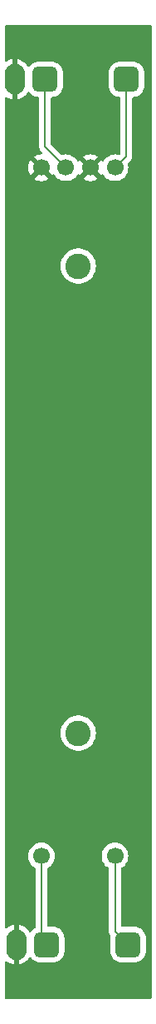
<source format=gbr>
%TF.GenerationSoftware,KiCad,Pcbnew,8.0.0*%
%TF.CreationDate,2024-03-24T11:12:39+01:00*%
%TF.ProjectId,Vader_Fader,56616465-725f-4466-9164-65722e6b6963,rev?*%
%TF.SameCoordinates,Original*%
%TF.FileFunction,Copper,L1,Top*%
%TF.FilePolarity,Positive*%
%FSLAX46Y46*%
G04 Gerber Fmt 4.6, Leading zero omitted, Abs format (unit mm)*
G04 Created by KiCad (PCBNEW 8.0.0) date 2024-03-24 11:12:39*
%MOMM*%
%LPD*%
G01*
G04 APERTURE LIST*
G04 Aperture macros list*
%AMRoundRect*
0 Rectangle with rounded corners*
0 $1 Rounding radius*
0 $2 $3 $4 $5 $6 $7 $8 $9 X,Y pos of 4 corners*
0 Add a 4 corners polygon primitive as box body*
4,1,4,$2,$3,$4,$5,$6,$7,$8,$9,$2,$3,0*
0 Add four circle primitives for the rounded corners*
1,1,$1+$1,$2,$3*
1,1,$1+$1,$4,$5*
1,1,$1+$1,$6,$7*
1,1,$1+$1,$8,$9*
0 Add four rect primitives between the rounded corners*
20,1,$1+$1,$2,$3,$4,$5,0*
20,1,$1+$1,$4,$5,$6,$7,0*
20,1,$1+$1,$6,$7,$8,$9,0*
20,1,$1+$1,$8,$9,$2,$3,0*%
G04 Aperture macros list end*
%TA.AperFunction,ComponentPad*%
%ADD10RoundRect,0.650000X-0.650000X0.650000X-0.650000X-0.650000X0.650000X-0.650000X0.650000X0.650000X0*%
%TD*%
%TA.AperFunction,ComponentPad*%
%ADD11O,2.100000X3.100000*%
%TD*%
%TA.AperFunction,ComponentPad*%
%ADD12C,2.600000*%
%TD*%
%TA.AperFunction,ComponentPad*%
%ADD13C,1.700000*%
%TD*%
%TA.AperFunction,Conductor*%
%ADD14C,0.200000*%
%TD*%
G04 APERTURE END LIST*
D10*
%TO.P,In1,R*%
%TO.N,Net-(In1-PadR)*%
X97785000Y-127000000D03*
D11*
%TO.P,In1,S*%
%TO.N,GND*%
X94685000Y-127000000D03*
D10*
%TO.P,In1,T*%
%TO.N,Net-(In1-PadT)*%
X106085000Y-127000000D03*
%TD*%
%TO.P,Out1,R*%
%TO.N,Net-(Out1-PadR)*%
X97620000Y-39000000D03*
D11*
%TO.P,Out1,S*%
%TO.N,GND*%
X94520000Y-39000000D03*
D10*
%TO.P,Out1,T*%
%TO.N,Net-(Out1-PadT)*%
X105920000Y-39000000D03*
%TD*%
D12*
%TO.P,RV1,0*%
%TO.N,N/C*%
X101000000Y-58000000D03*
X101000000Y-105500000D03*
D13*
%TO.P,RV1,1,1*%
%TO.N,GND*%
X97250000Y-48000000D03*
%TO.P,RV1,2,2*%
%TO.N,Net-(Out1-PadR)*%
X99750000Y-48000000D03*
%TO.P,RV1,3,3*%
%TO.N,Net-(In1-PadR)*%
X97250000Y-118000000D03*
%TO.P,RV1,4,4*%
%TO.N,GND*%
X102250000Y-48000000D03*
%TO.P,RV1,5,5*%
%TO.N,Net-(Out1-PadT)*%
X104750000Y-48000000D03*
%TO.P,RV1,6,6*%
%TO.N,Net-(In1-PadT)*%
X104750000Y-118000000D03*
%TD*%
D14*
%TO.N,Net-(In1-PadR)*%
X97250000Y-118000000D02*
X97250000Y-126465000D01*
X97250000Y-126465000D02*
X97785000Y-127000000D01*
%TO.N,Net-(In1-PadT)*%
X104750000Y-118000000D02*
X104750000Y-125665000D01*
X104750000Y-125665000D02*
X106085000Y-127000000D01*
%TO.N,Net-(Out1-PadT)*%
X105920000Y-46830000D02*
X104750000Y-48000000D01*
X105920000Y-39000000D02*
X105920000Y-46830000D01*
%TO.N,Net-(Out1-PadR)*%
X97620000Y-45870000D02*
X99750000Y-48000000D01*
X97620000Y-39000000D02*
X97620000Y-45870000D01*
%TD*%
%TA.AperFunction,Conductor*%
%TO.N,GND*%
G36*
X108442539Y-33520185D02*
G01*
X108488294Y-33572989D01*
X108499500Y-33624500D01*
X108499500Y-132375500D01*
X108479815Y-132442539D01*
X108427011Y-132488294D01*
X108375500Y-132499500D01*
X93624500Y-132499500D01*
X93557461Y-132479815D01*
X93511706Y-132427011D01*
X93500500Y-132375500D01*
X93500500Y-128798679D01*
X93520185Y-128731640D01*
X93572989Y-128685885D01*
X93642147Y-128675941D01*
X93697386Y-128698361D01*
X93872622Y-128825678D01*
X94090001Y-128936439D01*
X94322041Y-129011834D01*
X94434999Y-129029724D01*
X94435000Y-129029724D01*
X94435000Y-127666988D01*
X94444940Y-127684205D01*
X94500795Y-127740060D01*
X94569204Y-127779556D01*
X94645504Y-127800000D01*
X94724496Y-127800000D01*
X94800796Y-127779556D01*
X94869205Y-127740060D01*
X94925060Y-127684205D01*
X94935000Y-127666988D01*
X94935000Y-129029724D01*
X95047957Y-129011834D01*
X95047958Y-129011834D01*
X95279998Y-128936439D01*
X95497377Y-128825678D01*
X95694759Y-128682271D01*
X95867271Y-128509759D01*
X95867276Y-128509753D01*
X96001834Y-128324551D01*
X96057164Y-128281885D01*
X96126777Y-128275906D01*
X96188572Y-128308512D01*
X96204452Y-128327360D01*
X96246084Y-128388137D01*
X96246093Y-128388147D01*
X96396852Y-128538906D01*
X96396858Y-128538911D01*
X96572763Y-128659409D01*
X96767815Y-128745532D01*
X96767821Y-128745533D01*
X96767823Y-128745534D01*
X96975359Y-128794347D01*
X96975364Y-128794347D01*
X96975370Y-128794349D01*
X97024602Y-128797766D01*
X97063984Y-128800500D01*
X97063988Y-128800500D01*
X98506016Y-128800500D01*
X98541459Y-128798039D01*
X98594630Y-128794349D01*
X98594636Y-128794347D01*
X98594640Y-128794347D01*
X98802176Y-128745534D01*
X98802174Y-128745534D01*
X98802185Y-128745532D01*
X98997237Y-128659409D01*
X99173142Y-128538911D01*
X99323911Y-128388142D01*
X99444409Y-128212237D01*
X99530532Y-128017185D01*
X99579349Y-127809630D01*
X99585500Y-127721012D01*
X99585500Y-126278988D01*
X99579349Y-126190370D01*
X99579347Y-126190364D01*
X99579347Y-126190359D01*
X99530534Y-125982823D01*
X99530532Y-125982817D01*
X99530532Y-125982815D01*
X99444409Y-125787763D01*
X99323911Y-125611858D01*
X99323906Y-125611852D01*
X99173147Y-125461093D01*
X99173141Y-125461088D01*
X98997238Y-125340592D01*
X98997239Y-125340592D01*
X98997237Y-125340591D01*
X98802185Y-125254468D01*
X98802183Y-125254467D01*
X98802182Y-125254467D01*
X98802176Y-125254465D01*
X98594640Y-125205652D01*
X98594624Y-125205650D01*
X98506016Y-125199500D01*
X98506012Y-125199500D01*
X97974500Y-125199500D01*
X97907461Y-125179815D01*
X97861706Y-125127011D01*
X97850500Y-125075500D01*
X97850500Y-119289090D01*
X97870185Y-119222051D01*
X97922101Y-119176706D01*
X97927830Y-119174035D01*
X98121401Y-119038495D01*
X98288495Y-118871401D01*
X98424035Y-118677830D01*
X98523903Y-118463663D01*
X98585063Y-118235408D01*
X98605659Y-118000000D01*
X103394341Y-118000000D01*
X103414936Y-118235403D01*
X103414938Y-118235413D01*
X103476094Y-118463655D01*
X103476096Y-118463659D01*
X103476097Y-118463663D01*
X103575965Y-118677830D01*
X103575967Y-118677834D01*
X103684281Y-118832521D01*
X103711505Y-118871401D01*
X103878599Y-119038495D01*
X103975384Y-119106265D01*
X104072165Y-119174032D01*
X104072167Y-119174033D01*
X104072170Y-119174035D01*
X104077898Y-119176706D01*
X104130339Y-119222872D01*
X104149500Y-119289090D01*
X104149500Y-125578330D01*
X104149499Y-125578348D01*
X104149499Y-125744054D01*
X104149498Y-125744054D01*
X104190423Y-125896785D01*
X104219358Y-125946900D01*
X104219359Y-125946904D01*
X104219360Y-125946904D01*
X104269480Y-126033716D01*
X104269482Y-126033718D01*
X104274426Y-126040161D01*
X104272821Y-126041391D01*
X104301094Y-126093168D01*
X104300635Y-126147912D01*
X104290652Y-126190359D01*
X104290650Y-126190376D01*
X104284500Y-126278984D01*
X104284500Y-127721015D01*
X104290650Y-127809624D01*
X104290652Y-127809640D01*
X104339465Y-128017176D01*
X104339467Y-128017182D01*
X104339468Y-128017185D01*
X104425591Y-128212237D01*
X104425592Y-128212238D01*
X104546088Y-128388141D01*
X104546093Y-128388147D01*
X104696852Y-128538906D01*
X104696858Y-128538911D01*
X104872763Y-128659409D01*
X105067815Y-128745532D01*
X105067821Y-128745533D01*
X105067823Y-128745534D01*
X105275359Y-128794347D01*
X105275364Y-128794347D01*
X105275370Y-128794349D01*
X105324602Y-128797766D01*
X105363984Y-128800500D01*
X105363988Y-128800500D01*
X106806016Y-128800500D01*
X106841459Y-128798039D01*
X106894630Y-128794349D01*
X106894636Y-128794347D01*
X106894640Y-128794347D01*
X107102176Y-128745534D01*
X107102174Y-128745534D01*
X107102185Y-128745532D01*
X107297237Y-128659409D01*
X107473142Y-128538911D01*
X107623911Y-128388142D01*
X107744409Y-128212237D01*
X107830532Y-128017185D01*
X107879349Y-127809630D01*
X107885500Y-127721012D01*
X107885500Y-126278988D01*
X107879349Y-126190370D01*
X107879347Y-126190364D01*
X107879347Y-126190359D01*
X107830534Y-125982823D01*
X107830532Y-125982817D01*
X107830532Y-125982815D01*
X107744409Y-125787763D01*
X107623911Y-125611858D01*
X107623906Y-125611852D01*
X107473147Y-125461093D01*
X107473141Y-125461088D01*
X107297238Y-125340592D01*
X107297239Y-125340592D01*
X107297237Y-125340591D01*
X107102185Y-125254468D01*
X107102183Y-125254467D01*
X107102182Y-125254467D01*
X107102176Y-125254465D01*
X106894640Y-125205652D01*
X106894624Y-125205650D01*
X106806016Y-125199500D01*
X106806012Y-125199500D01*
X105474500Y-125199500D01*
X105407461Y-125179815D01*
X105361706Y-125127011D01*
X105350500Y-125075500D01*
X105350500Y-119289090D01*
X105370185Y-119222051D01*
X105422101Y-119176706D01*
X105427830Y-119174035D01*
X105621401Y-119038495D01*
X105788495Y-118871401D01*
X105924035Y-118677830D01*
X106023903Y-118463663D01*
X106085063Y-118235408D01*
X106105659Y-118000000D01*
X106085063Y-117764592D01*
X106023903Y-117536337D01*
X105924035Y-117322171D01*
X105788495Y-117128599D01*
X105788494Y-117128597D01*
X105621402Y-116961506D01*
X105621395Y-116961501D01*
X105427834Y-116825967D01*
X105427830Y-116825965D01*
X105427828Y-116825964D01*
X105213663Y-116726097D01*
X105213659Y-116726096D01*
X105213655Y-116726094D01*
X104985413Y-116664938D01*
X104985403Y-116664936D01*
X104750001Y-116644341D01*
X104749999Y-116644341D01*
X104514596Y-116664936D01*
X104514586Y-116664938D01*
X104286344Y-116726094D01*
X104286335Y-116726098D01*
X104072171Y-116825964D01*
X104072169Y-116825965D01*
X103878597Y-116961505D01*
X103711505Y-117128597D01*
X103575965Y-117322169D01*
X103575964Y-117322171D01*
X103476098Y-117536335D01*
X103476094Y-117536344D01*
X103414938Y-117764586D01*
X103414936Y-117764596D01*
X103394341Y-117999999D01*
X103394341Y-118000000D01*
X98605659Y-118000000D01*
X98585063Y-117764592D01*
X98523903Y-117536337D01*
X98424035Y-117322171D01*
X98288495Y-117128599D01*
X98288494Y-117128597D01*
X98121402Y-116961506D01*
X98121395Y-116961501D01*
X97927834Y-116825967D01*
X97927830Y-116825965D01*
X97927828Y-116825964D01*
X97713663Y-116726097D01*
X97713659Y-116726096D01*
X97713655Y-116726094D01*
X97485413Y-116664938D01*
X97485403Y-116664936D01*
X97250001Y-116644341D01*
X97249999Y-116644341D01*
X97014596Y-116664936D01*
X97014586Y-116664938D01*
X96786344Y-116726094D01*
X96786335Y-116726098D01*
X96572171Y-116825964D01*
X96572169Y-116825965D01*
X96378597Y-116961505D01*
X96211505Y-117128597D01*
X96075965Y-117322169D01*
X96075964Y-117322171D01*
X95976098Y-117536335D01*
X95976094Y-117536344D01*
X95914938Y-117764586D01*
X95914936Y-117764596D01*
X95894341Y-117999999D01*
X95894341Y-118000000D01*
X95914936Y-118235403D01*
X95914938Y-118235413D01*
X95976094Y-118463655D01*
X95976096Y-118463659D01*
X95976097Y-118463663D01*
X96075965Y-118677830D01*
X96075967Y-118677834D01*
X96184281Y-118832521D01*
X96211505Y-118871401D01*
X96378599Y-119038495D01*
X96475384Y-119106265D01*
X96572165Y-119174032D01*
X96572167Y-119174033D01*
X96572170Y-119174035D01*
X96577898Y-119176706D01*
X96630339Y-119222872D01*
X96649500Y-119289090D01*
X96649500Y-125225909D01*
X96629815Y-125292948D01*
X96577011Y-125338703D01*
X96575594Y-125339340D01*
X96572770Y-125340586D01*
X96396858Y-125461088D01*
X96396852Y-125461093D01*
X96246093Y-125611852D01*
X96246088Y-125611858D01*
X96204452Y-125672640D01*
X96150325Y-125716823D01*
X96080904Y-125724729D01*
X96018229Y-125693848D01*
X96001834Y-125675449D01*
X95867271Y-125490241D01*
X95867271Y-125490240D01*
X95694759Y-125317728D01*
X95497377Y-125174321D01*
X95279998Y-125063560D01*
X95047959Y-124988165D01*
X94935000Y-124970274D01*
X94935000Y-126333011D01*
X94925060Y-126315795D01*
X94869205Y-126259940D01*
X94800796Y-126220444D01*
X94724496Y-126200000D01*
X94645504Y-126200000D01*
X94569204Y-126220444D01*
X94500795Y-126259940D01*
X94444940Y-126315795D01*
X94435000Y-126333011D01*
X94435000Y-124970274D01*
X94322040Y-124988165D01*
X94090001Y-125063560D01*
X93872619Y-125174323D01*
X93697385Y-125301638D01*
X93631579Y-125325118D01*
X93563525Y-125309292D01*
X93514830Y-125259187D01*
X93500500Y-125201320D01*
X93500500Y-105500004D01*
X99194451Y-105500004D01*
X99214616Y-105769101D01*
X99274664Y-106032188D01*
X99274666Y-106032195D01*
X99373257Y-106283398D01*
X99508185Y-106517102D01*
X99644080Y-106687509D01*
X99676442Y-106728089D01*
X99863183Y-106901358D01*
X99874259Y-106911635D01*
X100097226Y-107063651D01*
X100340359Y-107180738D01*
X100598228Y-107260280D01*
X100598229Y-107260280D01*
X100598232Y-107260281D01*
X100865063Y-107300499D01*
X100865068Y-107300499D01*
X100865071Y-107300500D01*
X100865072Y-107300500D01*
X101134928Y-107300500D01*
X101134929Y-107300500D01*
X101134936Y-107300499D01*
X101401767Y-107260281D01*
X101401768Y-107260280D01*
X101401772Y-107260280D01*
X101659641Y-107180738D01*
X101902775Y-107063651D01*
X102125741Y-106911635D01*
X102323561Y-106728085D01*
X102491815Y-106517102D01*
X102626743Y-106283398D01*
X102725334Y-106032195D01*
X102785383Y-105769103D01*
X102805549Y-105500000D01*
X102785383Y-105230897D01*
X102725334Y-104967805D01*
X102626743Y-104716602D01*
X102491815Y-104482898D01*
X102323561Y-104271915D01*
X102323560Y-104271914D01*
X102323557Y-104271910D01*
X102125741Y-104088365D01*
X101902775Y-103936349D01*
X101902769Y-103936346D01*
X101902768Y-103936345D01*
X101902767Y-103936344D01*
X101659643Y-103819263D01*
X101659645Y-103819263D01*
X101401773Y-103739720D01*
X101401767Y-103739718D01*
X101134936Y-103699500D01*
X101134929Y-103699500D01*
X100865071Y-103699500D01*
X100865063Y-103699500D01*
X100598232Y-103739718D01*
X100598226Y-103739720D01*
X100340358Y-103819262D01*
X100097230Y-103936346D01*
X99874258Y-104088365D01*
X99676442Y-104271910D01*
X99508185Y-104482898D01*
X99373258Y-104716599D01*
X99373256Y-104716603D01*
X99274666Y-104967804D01*
X99274664Y-104967811D01*
X99214616Y-105230898D01*
X99194451Y-105499995D01*
X99194451Y-105500004D01*
X93500500Y-105500004D01*
X93500500Y-58000004D01*
X99194451Y-58000004D01*
X99214616Y-58269101D01*
X99274664Y-58532188D01*
X99274666Y-58532195D01*
X99373257Y-58783398D01*
X99508185Y-59017102D01*
X99644080Y-59187509D01*
X99676442Y-59228089D01*
X99863183Y-59401358D01*
X99874259Y-59411635D01*
X100097226Y-59563651D01*
X100340359Y-59680738D01*
X100598228Y-59760280D01*
X100598229Y-59760280D01*
X100598232Y-59760281D01*
X100865063Y-59800499D01*
X100865068Y-59800499D01*
X100865071Y-59800500D01*
X100865072Y-59800500D01*
X101134928Y-59800500D01*
X101134929Y-59800500D01*
X101134936Y-59800499D01*
X101401767Y-59760281D01*
X101401768Y-59760280D01*
X101401772Y-59760280D01*
X101659641Y-59680738D01*
X101902775Y-59563651D01*
X102125741Y-59411635D01*
X102323561Y-59228085D01*
X102491815Y-59017102D01*
X102626743Y-58783398D01*
X102725334Y-58532195D01*
X102785383Y-58269103D01*
X102805549Y-58000000D01*
X102785383Y-57730897D01*
X102725334Y-57467805D01*
X102626743Y-57216602D01*
X102491815Y-56982898D01*
X102323561Y-56771915D01*
X102323560Y-56771914D01*
X102323557Y-56771910D01*
X102125741Y-56588365D01*
X101902775Y-56436349D01*
X101902769Y-56436346D01*
X101902768Y-56436345D01*
X101902767Y-56436344D01*
X101659643Y-56319263D01*
X101659645Y-56319263D01*
X101401773Y-56239720D01*
X101401767Y-56239718D01*
X101134936Y-56199500D01*
X101134929Y-56199500D01*
X100865071Y-56199500D01*
X100865063Y-56199500D01*
X100598232Y-56239718D01*
X100598226Y-56239720D01*
X100340358Y-56319262D01*
X100097230Y-56436346D01*
X99874258Y-56588365D01*
X99676442Y-56771910D01*
X99508185Y-56982898D01*
X99373258Y-57216599D01*
X99373256Y-57216603D01*
X99274666Y-57467804D01*
X99274664Y-57467811D01*
X99214616Y-57730898D01*
X99194451Y-57999995D01*
X99194451Y-58000004D01*
X93500500Y-58000004D01*
X93500500Y-40918559D01*
X93520185Y-40851520D01*
X93572989Y-40805765D01*
X93642147Y-40795821D01*
X93697387Y-40818242D01*
X93707621Y-40825678D01*
X93925001Y-40936439D01*
X94157041Y-41011834D01*
X94269999Y-41029724D01*
X94270000Y-41029724D01*
X94270000Y-39666988D01*
X94279940Y-39684205D01*
X94335795Y-39740060D01*
X94404204Y-39779556D01*
X94480504Y-39800000D01*
X94559496Y-39800000D01*
X94635796Y-39779556D01*
X94704205Y-39740060D01*
X94760060Y-39684205D01*
X94770000Y-39666988D01*
X94770000Y-41029724D01*
X94882957Y-41011834D01*
X94882958Y-41011834D01*
X95114998Y-40936439D01*
X95332377Y-40825678D01*
X95529759Y-40682271D01*
X95702271Y-40509759D01*
X95702276Y-40509753D01*
X95836834Y-40324551D01*
X95892164Y-40281885D01*
X95961777Y-40275906D01*
X96023572Y-40308512D01*
X96039452Y-40327360D01*
X96081084Y-40388137D01*
X96081093Y-40388147D01*
X96231852Y-40538906D01*
X96231858Y-40538911D01*
X96407763Y-40659409D01*
X96602815Y-40745532D01*
X96602821Y-40745533D01*
X96602823Y-40745534D01*
X96810359Y-40794347D01*
X96810364Y-40794347D01*
X96810370Y-40794349D01*
X96877566Y-40799013D01*
X96898972Y-40800499D01*
X96898975Y-40800499D01*
X96898988Y-40800500D01*
X96899001Y-40800500D01*
X96899778Y-40800527D01*
X96899885Y-40800562D01*
X96901131Y-40800649D01*
X96901108Y-40800968D01*
X96966098Y-40822512D01*
X97010004Y-40876863D01*
X97019500Y-40924453D01*
X97019500Y-45783330D01*
X97019499Y-45783348D01*
X97019499Y-45949054D01*
X97019498Y-45949054D01*
X97060423Y-46101785D01*
X97089358Y-46151900D01*
X97089359Y-46151904D01*
X97089360Y-46151904D01*
X97139479Y-46238714D01*
X97139481Y-46238717D01*
X97258349Y-46357585D01*
X97258355Y-46357590D01*
X97333927Y-46433162D01*
X97367412Y-46494485D01*
X97362428Y-46564177D01*
X97320556Y-46620110D01*
X97255092Y-46644527D01*
X97252587Y-46644616D01*
X97014684Y-46665430D01*
X97014673Y-46665432D01*
X96786516Y-46726566D01*
X96786507Y-46726570D01*
X96572419Y-46826401D01*
X96488625Y-46885072D01*
X97079765Y-47476212D01*
X97037708Y-47487482D01*
X96912292Y-47559890D01*
X96809890Y-47662292D01*
X96737482Y-47787708D01*
X96726212Y-47829765D01*
X96135072Y-47238625D01*
X96076401Y-47322419D01*
X95976570Y-47536507D01*
X95976566Y-47536516D01*
X95915432Y-47764673D01*
X95915430Y-47764684D01*
X95894843Y-47999998D01*
X95894843Y-48000001D01*
X95915430Y-48235315D01*
X95915432Y-48235326D01*
X95976566Y-48463483D01*
X95976570Y-48463492D01*
X96076400Y-48677579D01*
X96076402Y-48677583D01*
X96135072Y-48761373D01*
X96135073Y-48761373D01*
X96726212Y-48170234D01*
X96737482Y-48212292D01*
X96809890Y-48337708D01*
X96912292Y-48440110D01*
X97037708Y-48512518D01*
X97079765Y-48523787D01*
X96488625Y-49114925D01*
X96572421Y-49173599D01*
X96786507Y-49273429D01*
X96786516Y-49273433D01*
X97014673Y-49334567D01*
X97014684Y-49334569D01*
X97249998Y-49355157D01*
X97250002Y-49355157D01*
X97485315Y-49334569D01*
X97485326Y-49334567D01*
X97713483Y-49273433D01*
X97713492Y-49273429D01*
X97927578Y-49173600D01*
X97927582Y-49173598D01*
X98011373Y-49114926D01*
X98011373Y-49114925D01*
X97420234Y-48523787D01*
X97462292Y-48512518D01*
X97587708Y-48440110D01*
X97690110Y-48337708D01*
X97762518Y-48212292D01*
X97773787Y-48170234D01*
X98364925Y-48761373D01*
X98398119Y-48713968D01*
X98452696Y-48670343D01*
X98522194Y-48663149D01*
X98584549Y-48694672D01*
X98601269Y-48713968D01*
X98711500Y-48871395D01*
X98711505Y-48871401D01*
X98878599Y-49038495D01*
X98975384Y-49106265D01*
X99072165Y-49174032D01*
X99072167Y-49174033D01*
X99072170Y-49174035D01*
X99286337Y-49273903D01*
X99514592Y-49335063D01*
X99702918Y-49351539D01*
X99749999Y-49355659D01*
X99750000Y-49355659D01*
X99750001Y-49355659D01*
X99789234Y-49352226D01*
X99985408Y-49335063D01*
X100213663Y-49273903D01*
X100427830Y-49174035D01*
X100621401Y-49038495D01*
X100788495Y-48871401D01*
X100898730Y-48713968D01*
X100953307Y-48670344D01*
X101022805Y-48663150D01*
X101085160Y-48694673D01*
X101101880Y-48713969D01*
X101135072Y-48761373D01*
X101135073Y-48761373D01*
X101726212Y-48170234D01*
X101737482Y-48212292D01*
X101809890Y-48337708D01*
X101912292Y-48440110D01*
X102037708Y-48512518D01*
X102079765Y-48523787D01*
X101488625Y-49114925D01*
X101572421Y-49173599D01*
X101786507Y-49273429D01*
X101786516Y-49273433D01*
X102014673Y-49334567D01*
X102014684Y-49334569D01*
X102249998Y-49355157D01*
X102250002Y-49355157D01*
X102485315Y-49334569D01*
X102485326Y-49334567D01*
X102713483Y-49273433D01*
X102713492Y-49273429D01*
X102927578Y-49173600D01*
X102927582Y-49173598D01*
X103011373Y-49114926D01*
X103011373Y-49114925D01*
X102420234Y-48523787D01*
X102462292Y-48512518D01*
X102587708Y-48440110D01*
X102690110Y-48337708D01*
X102762518Y-48212292D01*
X102773787Y-48170235D01*
X103364925Y-48761373D01*
X103398119Y-48713968D01*
X103452696Y-48670343D01*
X103522194Y-48663149D01*
X103584549Y-48694672D01*
X103601269Y-48713968D01*
X103711500Y-48871395D01*
X103711505Y-48871401D01*
X103878599Y-49038495D01*
X103975384Y-49106265D01*
X104072165Y-49174032D01*
X104072167Y-49174033D01*
X104072170Y-49174035D01*
X104286337Y-49273903D01*
X104514592Y-49335063D01*
X104702918Y-49351539D01*
X104749999Y-49355659D01*
X104750000Y-49355659D01*
X104750001Y-49355659D01*
X104789234Y-49352226D01*
X104985408Y-49335063D01*
X105213663Y-49273903D01*
X105427830Y-49174035D01*
X105621401Y-49038495D01*
X105788495Y-48871401D01*
X105924035Y-48677830D01*
X106023903Y-48463663D01*
X106085063Y-48235408D01*
X106105659Y-48000000D01*
X106085063Y-47764592D01*
X106050671Y-47636239D01*
X106052334Y-47566393D01*
X106082763Y-47516470D01*
X106278506Y-47320728D01*
X106278511Y-47320724D01*
X106288714Y-47310520D01*
X106288716Y-47310520D01*
X106400520Y-47198716D01*
X106475377Y-47069059D01*
X106479577Y-47061785D01*
X106520501Y-46909057D01*
X106520501Y-46750943D01*
X106520501Y-46743348D01*
X106520500Y-46743330D01*
X106520500Y-40924453D01*
X106540185Y-40857414D01*
X106592989Y-40811659D01*
X106638882Y-40800842D01*
X106638869Y-40800649D01*
X106640053Y-40800566D01*
X106640222Y-40800527D01*
X106640998Y-40800500D01*
X106641012Y-40800500D01*
X106641025Y-40800499D01*
X106641027Y-40800499D01*
X106648994Y-40799945D01*
X106729630Y-40794349D01*
X106729636Y-40794347D01*
X106729640Y-40794347D01*
X106937176Y-40745534D01*
X106937174Y-40745534D01*
X106937185Y-40745532D01*
X107132237Y-40659409D01*
X107308142Y-40538911D01*
X107458911Y-40388142D01*
X107579409Y-40212237D01*
X107665532Y-40017185D01*
X107714349Y-39809630D01*
X107720500Y-39721012D01*
X107720500Y-38278988D01*
X107714349Y-38190370D01*
X107714347Y-38190364D01*
X107714347Y-38190359D01*
X107665534Y-37982823D01*
X107665532Y-37982817D01*
X107665532Y-37982815D01*
X107579409Y-37787763D01*
X107458911Y-37611858D01*
X107458906Y-37611852D01*
X107308147Y-37461093D01*
X107308141Y-37461088D01*
X107132238Y-37340592D01*
X107132239Y-37340592D01*
X107132237Y-37340591D01*
X106937185Y-37254468D01*
X106937183Y-37254467D01*
X106937182Y-37254467D01*
X106937176Y-37254465D01*
X106729640Y-37205652D01*
X106729624Y-37205650D01*
X106641016Y-37199500D01*
X106641012Y-37199500D01*
X105198988Y-37199500D01*
X105198984Y-37199500D01*
X105110375Y-37205650D01*
X105110359Y-37205652D01*
X104902823Y-37254465D01*
X104902817Y-37254467D01*
X104707761Y-37340592D01*
X104531858Y-37461088D01*
X104531852Y-37461093D01*
X104381093Y-37611852D01*
X104381088Y-37611858D01*
X104260592Y-37787761D01*
X104174467Y-37982817D01*
X104174465Y-37982823D01*
X104125652Y-38190359D01*
X104125650Y-38190375D01*
X104119500Y-38278984D01*
X104119500Y-39721015D01*
X104125650Y-39809624D01*
X104125652Y-39809640D01*
X104174465Y-40017176D01*
X104174467Y-40017182D01*
X104174468Y-40017185D01*
X104260591Y-40212237D01*
X104260592Y-40212238D01*
X104381088Y-40388141D01*
X104381093Y-40388147D01*
X104531852Y-40538906D01*
X104531858Y-40538911D01*
X104707763Y-40659409D01*
X104902815Y-40745532D01*
X104902821Y-40745533D01*
X104902823Y-40745534D01*
X105110359Y-40794347D01*
X105110364Y-40794347D01*
X105110370Y-40794349D01*
X105177566Y-40799013D01*
X105198972Y-40800499D01*
X105198975Y-40800499D01*
X105198988Y-40800500D01*
X105199001Y-40800500D01*
X105199778Y-40800527D01*
X105199885Y-40800562D01*
X105201131Y-40800649D01*
X105201108Y-40800968D01*
X105266098Y-40822512D01*
X105310004Y-40876863D01*
X105319500Y-40924453D01*
X105319500Y-46529901D01*
X105299815Y-46596940D01*
X105283181Y-46617582D01*
X105233530Y-46667233D01*
X105172207Y-46700718D01*
X105113756Y-46699327D01*
X104985413Y-46664938D01*
X104985403Y-46664936D01*
X104750001Y-46644341D01*
X104749999Y-46644341D01*
X104514596Y-46664936D01*
X104514586Y-46664938D01*
X104286344Y-46726094D01*
X104286335Y-46726098D01*
X104072171Y-46825964D01*
X104072169Y-46825965D01*
X103878597Y-46961505D01*
X103711508Y-47128594D01*
X103601269Y-47286032D01*
X103546692Y-47329656D01*
X103477193Y-47336849D01*
X103414839Y-47305327D01*
X103398119Y-47286031D01*
X103364926Y-47238626D01*
X103364925Y-47238625D01*
X102773787Y-47829764D01*
X102762518Y-47787708D01*
X102690110Y-47662292D01*
X102587708Y-47559890D01*
X102462292Y-47487482D01*
X102420234Y-47476212D01*
X103011373Y-46885073D01*
X103011373Y-46885072D01*
X102927583Y-46826402D01*
X102927579Y-46826400D01*
X102713492Y-46726570D01*
X102713483Y-46726566D01*
X102485326Y-46665432D01*
X102485315Y-46665430D01*
X102250002Y-46644843D01*
X102249998Y-46644843D01*
X102014684Y-46665430D01*
X102014673Y-46665432D01*
X101786516Y-46726566D01*
X101786507Y-46726570D01*
X101572419Y-46826401D01*
X101488625Y-46885072D01*
X102079765Y-47476212D01*
X102037708Y-47487482D01*
X101912292Y-47559890D01*
X101809890Y-47662292D01*
X101737482Y-47787708D01*
X101726212Y-47829765D01*
X101135072Y-47238625D01*
X101135071Y-47238626D01*
X101101879Y-47286031D01*
X101047302Y-47329656D01*
X100977804Y-47336850D01*
X100915449Y-47305327D01*
X100898730Y-47286032D01*
X100788495Y-47128599D01*
X100621401Y-46961505D01*
X100546498Y-46909057D01*
X100427834Y-46825967D01*
X100427830Y-46825965D01*
X100427828Y-46825964D01*
X100213663Y-46726097D01*
X100213659Y-46726096D01*
X100213655Y-46726094D01*
X99985413Y-46664938D01*
X99985403Y-46664936D01*
X99750001Y-46644341D01*
X99749999Y-46644341D01*
X99514596Y-46664936D01*
X99514583Y-46664939D01*
X99386241Y-46699327D01*
X99316392Y-46697664D01*
X99266468Y-46667233D01*
X98256819Y-45657584D01*
X98223334Y-45596261D01*
X98220500Y-45569903D01*
X98220500Y-40924453D01*
X98240185Y-40857414D01*
X98292989Y-40811659D01*
X98338882Y-40800842D01*
X98338869Y-40800649D01*
X98340053Y-40800566D01*
X98340222Y-40800527D01*
X98340998Y-40800500D01*
X98341012Y-40800500D01*
X98341025Y-40800499D01*
X98341027Y-40800499D01*
X98348994Y-40799945D01*
X98429630Y-40794349D01*
X98429636Y-40794347D01*
X98429640Y-40794347D01*
X98637176Y-40745534D01*
X98637174Y-40745534D01*
X98637185Y-40745532D01*
X98832237Y-40659409D01*
X99008142Y-40538911D01*
X99158911Y-40388142D01*
X99279409Y-40212237D01*
X99365532Y-40017185D01*
X99414349Y-39809630D01*
X99420500Y-39721012D01*
X99420500Y-38278988D01*
X99414349Y-38190370D01*
X99414347Y-38190364D01*
X99414347Y-38190359D01*
X99365534Y-37982823D01*
X99365532Y-37982817D01*
X99365532Y-37982815D01*
X99279409Y-37787763D01*
X99158911Y-37611858D01*
X99158906Y-37611852D01*
X99008147Y-37461093D01*
X99008141Y-37461088D01*
X98832238Y-37340592D01*
X98832239Y-37340592D01*
X98832237Y-37340591D01*
X98637185Y-37254468D01*
X98637183Y-37254467D01*
X98637182Y-37254467D01*
X98637176Y-37254465D01*
X98429640Y-37205652D01*
X98429624Y-37205650D01*
X98341016Y-37199500D01*
X98341012Y-37199500D01*
X96898988Y-37199500D01*
X96898984Y-37199500D01*
X96810375Y-37205650D01*
X96810359Y-37205652D01*
X96602823Y-37254465D01*
X96602817Y-37254467D01*
X96407761Y-37340592D01*
X96231858Y-37461088D01*
X96231852Y-37461093D01*
X96081093Y-37611852D01*
X96081088Y-37611858D01*
X96039452Y-37672640D01*
X95985325Y-37716823D01*
X95915904Y-37724729D01*
X95853229Y-37693848D01*
X95836834Y-37675449D01*
X95702271Y-37490241D01*
X95702271Y-37490240D01*
X95529759Y-37317728D01*
X95332377Y-37174321D01*
X95114998Y-37063560D01*
X94882959Y-36988165D01*
X94770000Y-36970274D01*
X94770000Y-38333011D01*
X94760060Y-38315795D01*
X94704205Y-38259940D01*
X94635796Y-38220444D01*
X94559496Y-38200000D01*
X94480504Y-38200000D01*
X94404204Y-38220444D01*
X94335795Y-38259940D01*
X94279940Y-38315795D01*
X94270000Y-38333011D01*
X94270000Y-36970274D01*
X94157040Y-36988165D01*
X93925001Y-37063560D01*
X93707617Y-37174323D01*
X93697382Y-37181760D01*
X93631575Y-37205238D01*
X93563522Y-37189411D01*
X93514829Y-37139303D01*
X93500500Y-37081440D01*
X93500500Y-33624500D01*
X93520185Y-33557461D01*
X93572989Y-33511706D01*
X93624500Y-33500500D01*
X108375500Y-33500500D01*
X108442539Y-33520185D01*
G37*
%TD.AperFunction*%
%TD*%
M02*

</source>
